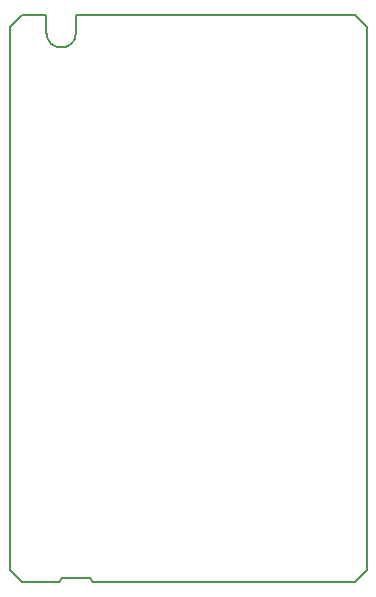
<source format=gbr>
%TF.GenerationSoftware,KiCad,Pcbnew,4.0.7*%
%TF.CreationDate,2018-07-11T12:57:16+02:00*%
%TF.ProjectId,Parkbrake_switch,5061726B6272616B655F737769746368,rev?*%
%TF.FileFunction,Profile,NP*%
%FSLAX46Y46*%
G04 Gerber Fmt 4.6, Leading zero omitted, Abs format (unit mm)*
G04 Created by KiCad (PCBNEW 4.0.7) date Wednesday 11 July 2018 12:57:16*
%MOMM*%
%LPD*%
G01*
G04 APERTURE LIST*
%ADD10C,0.100000*%
%ADD11C,0.150000*%
G04 APERTURE END LIST*
D10*
D11*
X107000000Y-148000000D02*
X129200000Y-148000000D01*
X106800000Y-147700000D02*
X107000000Y-148000000D01*
X104400000Y-147700000D02*
X106800000Y-147700000D01*
X104200000Y-148000000D02*
X104400000Y-147700000D01*
X101000000Y-148000000D02*
X104200000Y-148000000D01*
X100000000Y-147000000D02*
X100000000Y-101000000D01*
X101000000Y-148000000D02*
X100000000Y-147000000D01*
X130200000Y-147000000D02*
X129200000Y-148000000D01*
X130200000Y-101000000D02*
X130200000Y-147000000D01*
X129200000Y-100000000D02*
X130200000Y-101000000D01*
X105600000Y-100000000D02*
X129200000Y-100000000D01*
X105600000Y-101500000D02*
X105600000Y-100000000D01*
X101000000Y-100000000D02*
X100000000Y-101000000D01*
X103100000Y-101500000D02*
G75*
G03X105600000Y-101500000I1250000J0D01*
G01*
X103100000Y-100000000D02*
X103100000Y-101500000D01*
X101000000Y-100000000D02*
X103100000Y-100000000D01*
M02*

</source>
